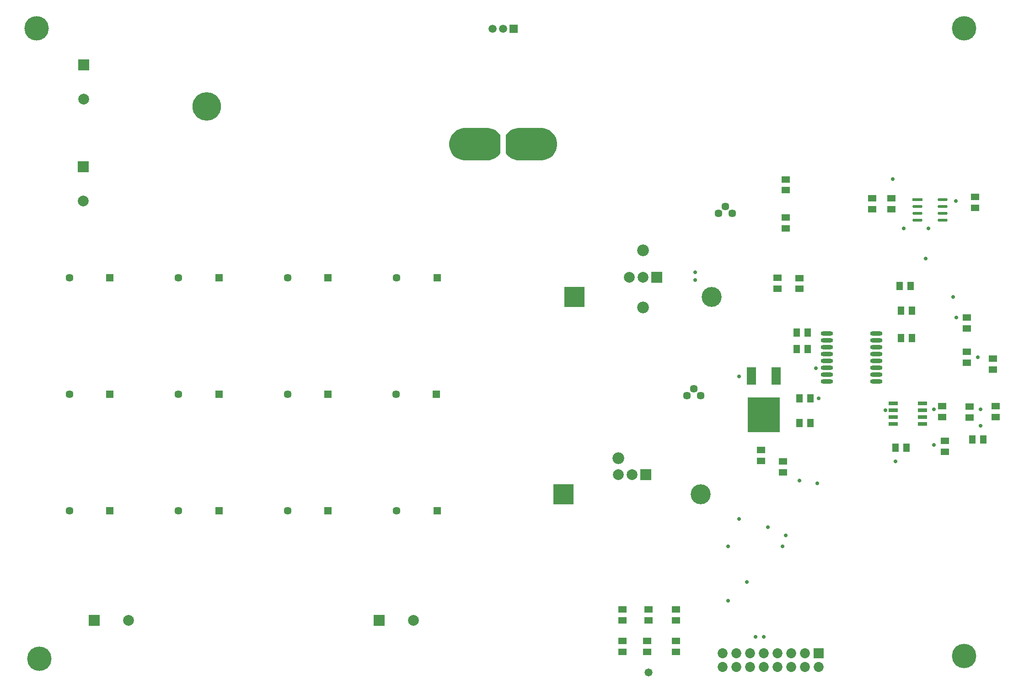
<source format=gts>
G04*
G04 #@! TF.GenerationSoftware,Altium Limited,Altium Designer,21.5.1 (32)*
G04*
G04 Layer_Color=8388736*
%FSLAX43Y43*%
%MOMM*%
G71*
G04*
G04 #@! TF.SameCoordinates,33522A81-C26F-4337-840D-2BD66AE4F990*
G04*
G04*
G04 #@! TF.FilePolarity,Negative*
G04*
G01*
G75*
%ADD21R,1.874X0.543*%
G04:AMPARAMS|DCode=22|XSize=1.874mm|YSize=0.543mm|CornerRadius=0.272mm|HoleSize=0mm|Usage=FLASHONLY|Rotation=0.000|XOffset=0mm|YOffset=0mm|HoleType=Round|Shape=RoundedRectangle|*
%AMROUNDEDRECTD22*
21,1,1.874,0.000,0,0,0.0*
21,1,1.331,0.543,0,0,0.0*
1,1,0.543,0.665,0.000*
1,1,0.543,-0.665,0.000*
1,1,0.543,-0.665,0.000*
1,1,0.543,0.665,0.000*
%
%ADD22ROUNDEDRECTD22*%
%ADD24R,1.803X3.203*%
%ADD25R,6.003X6.403*%
%ADD26C,5.400*%
%ADD27R,1.203X1.503*%
%ADD28R,1.503X1.203*%
%ADD29O,2.303X0.803*%
%ADD30R,1.723X0.803*%
%ADD31R,3.700X3.700*%
%ADD32C,3.700*%
%ADD33R,2.000X2.000*%
%ADD34C,2.000*%
%ADD35C,1.500*%
%ADD36R,1.500X1.500*%
G04:AMPARAMS|DCode=37|XSize=6.6mm|YSize=2.6mm|CornerRadius=1.3mm|HoleSize=0mm|Usage=FLASHONLY|Rotation=180.000|XOffset=0mm|YOffset=0mm|HoleType=Round|Shape=RoundedRectangle|*
%AMROUNDEDRECTD37*
21,1,6.600,0.000,0,0,180.0*
21,1,4.000,2.600,0,0,180.0*
1,1,2.600,-2.000,0.000*
1,1,2.600,2.000,0.000*
1,1,2.600,2.000,0.000*
1,1,2.600,-2.000,0.000*
%
%ADD37ROUNDEDRECTD37*%
%ADD38R,2.003X2.003*%
%ADD39C,2.003*%
%ADD40C,1.450*%
%ADD41R,1.450X1.450*%
%ADD42R,2.003X2.003*%
%ADD43C,1.853*%
%ADD44R,1.853X1.853*%
%ADD45C,4.521*%
%ADD46C,0.711*%
%ADD47C,1.473*%
%ADD48C,2.184*%
%ADD49C,5.283*%
G36*
X112824Y104982D02*
X113009D01*
X113376Y104937D01*
X113735Y104847D01*
X114080Y104713D01*
X114406Y104538D01*
X114708Y104325D01*
X114981Y104076D01*
X115222Y103795D01*
X115324Y103641D01*
Y100324D01*
X115222Y100170D01*
X114981Y99889D01*
X114708Y99640D01*
X114406Y99427D01*
X114080Y99252D01*
X113735Y99118D01*
X113376Y99028D01*
X113009Y98982D01*
X112824Y98982D01*
X108588D01*
X108121Y99056D01*
X107672Y99202D01*
X107252Y99417D01*
X106870Y99694D01*
X106536Y100028D01*
X106258Y100410D01*
X106044Y100831D01*
X105898Y101280D01*
X105824Y101746D01*
Y102219D01*
X105898Y102685D01*
X106044Y103134D01*
X106258Y103555D01*
X106536Y103937D01*
X106870Y104271D01*
X107252Y104548D01*
X107672Y104763D01*
X108121Y104909D01*
X108588Y104982D01*
X108824D01*
X112824Y104982D01*
D02*
G37*
G36*
X123526Y104909D02*
X123976Y104763D01*
X124396Y104548D01*
X124778Y104271D01*
X125112Y103937D01*
X125390Y103555D01*
X125604Y103134D01*
X125750Y102685D01*
X125824Y102219D01*
Y101746D01*
X125750Y101280D01*
X125604Y100831D01*
X125390Y100410D01*
X125112Y100028D01*
X124778Y99694D01*
X124396Y99417D01*
X123976Y99202D01*
X123526Y99056D01*
X123060Y98982D01*
X122824D01*
Y98982D01*
X118639D01*
X118272Y99028D01*
X117913Y99118D01*
X117568Y99252D01*
X117242Y99427D01*
X116940Y99640D01*
X116667Y99889D01*
X116426Y100170D01*
X116324Y100324D01*
Y100324D01*
Y103641D01*
X116426Y103795D01*
X116667Y104076D01*
X116940Y104325D01*
X117242Y104538D01*
X117568Y104713D01*
X117913Y104847D01*
X118272Y104937D01*
X118639Y104982D01*
X118824D01*
Y104982D01*
X122824Y104982D01*
X123060D01*
X123526Y104909D01*
D02*
G37*
D21*
X192532Y91694D02*
D03*
D22*
Y90424D02*
D03*
Y89154D02*
D03*
Y87884D02*
D03*
X197164D02*
D03*
Y89154D02*
D03*
Y90424D02*
D03*
Y91694D02*
D03*
D24*
X166374Y59016D02*
D03*
X161794D02*
D03*
D25*
X164084Y51816D02*
D03*
D26*
X121074Y101983D02*
D03*
X110725D02*
D03*
D27*
X172688Y50292D02*
D03*
X170688D02*
D03*
X172704Y54864D02*
D03*
X170704D02*
D03*
X172212Y64008D02*
D03*
X170212D02*
D03*
X191500Y71120D02*
D03*
X189500D02*
D03*
X191500Y66040D02*
D03*
X189500D02*
D03*
X204724Y47244D02*
D03*
X202724D02*
D03*
X190484Y45720D02*
D03*
X188484D02*
D03*
X170196Y67056D02*
D03*
X172196D02*
D03*
X189246Y75692D02*
D03*
X191246D02*
D03*
D28*
X167640Y43164D02*
D03*
Y41164D02*
D03*
X163576Y43312D02*
D03*
Y45312D02*
D03*
X137922Y7890D02*
D03*
Y9890D02*
D03*
X147828Y15732D02*
D03*
Y13732D02*
D03*
X142494Y9890D02*
D03*
Y7890D02*
D03*
X147828Y9890D02*
D03*
Y7890D02*
D03*
X197104Y53440D02*
D03*
Y51440D02*
D03*
X207010Y51440D02*
D03*
Y53440D02*
D03*
X206502Y62214D02*
D03*
Y60214D02*
D03*
X197612Y44974D02*
D03*
Y46974D02*
D03*
X170688Y77184D02*
D03*
Y75184D02*
D03*
X166624Y75200D02*
D03*
Y77200D02*
D03*
X184150Y89932D02*
D03*
Y91932D02*
D03*
X203200Y90186D02*
D03*
Y92186D02*
D03*
X187706Y89932D02*
D03*
Y91932D02*
D03*
X168148Y93472D02*
D03*
Y95472D02*
D03*
X201676Y67834D02*
D03*
Y69834D02*
D03*
X202184Y53340D02*
D03*
Y51340D02*
D03*
X201676Y63484D02*
D03*
Y61484D02*
D03*
X137922Y15732D02*
D03*
Y13732D02*
D03*
X142748Y15732D02*
D03*
Y13732D02*
D03*
X168148Y88392D02*
D03*
Y86392D02*
D03*
D29*
X184915Y58039D02*
D03*
Y59309D02*
D03*
Y60579D02*
D03*
Y61849D02*
D03*
Y63119D02*
D03*
Y64389D02*
D03*
Y65659D02*
D03*
Y66929D02*
D03*
X175765Y58039D02*
D03*
Y59309D02*
D03*
Y60579D02*
D03*
Y61849D02*
D03*
Y63119D02*
D03*
Y64389D02*
D03*
Y65659D02*
D03*
Y66929D02*
D03*
D30*
X193494Y50165D02*
D03*
Y51435D02*
D03*
Y52705D02*
D03*
Y53975D02*
D03*
X188014Y50165D02*
D03*
Y51435D02*
D03*
Y52705D02*
D03*
Y53975D02*
D03*
D31*
X129032Y73660D02*
D03*
X127000Y37084D02*
D03*
D32*
X154432Y73660D02*
D03*
X152400Y37084D02*
D03*
D33*
X144282Y77355D02*
D03*
X142250Y40779D02*
D03*
D34*
X141732Y77355D02*
D03*
X139182D02*
D03*
X137150Y40779D02*
D03*
X139700D02*
D03*
D35*
X115824Y123382D02*
D03*
X113914D02*
D03*
D36*
X117734D02*
D03*
D37*
X120824Y101983D02*
D03*
X110824D02*
D03*
D38*
X38176Y116688D02*
D03*
X38100Y97790D02*
D03*
D39*
X38176Y110338D02*
D03*
X46482Y13716D02*
D03*
X38100Y91440D02*
D03*
X99187Y13716D02*
D03*
D40*
X75930Y34011D02*
D03*
X55737D02*
D03*
X35544D02*
D03*
X149860Y55372D02*
D03*
X151130Y56642D02*
D03*
X152400Y55372D02*
D03*
X155702Y89154D02*
D03*
X156972Y90424D02*
D03*
X158242Y89154D02*
D03*
X55737Y55601D02*
D03*
X95996D02*
D03*
X96123Y77191D02*
D03*
X75930D02*
D03*
X55737D02*
D03*
X35544D02*
D03*
Y55601D02*
D03*
X75930D02*
D03*
X96123Y34011D02*
D03*
D41*
X83430D02*
D03*
X63237D02*
D03*
X43044D02*
D03*
X63237Y55601D02*
D03*
X103496D02*
D03*
X103623Y77191D02*
D03*
X83430D02*
D03*
X63237D02*
D03*
X43044D02*
D03*
Y55601D02*
D03*
X83430D02*
D03*
X103623Y34011D02*
D03*
D42*
X40132Y13716D02*
D03*
X92837D02*
D03*
D43*
X161544Y5080D02*
D03*
Y7620D02*
D03*
X164084Y5080D02*
D03*
Y7620D02*
D03*
X171704Y5080D02*
D03*
Y7620D02*
D03*
X174244Y5080D02*
D03*
X169164Y7620D02*
D03*
Y5080D02*
D03*
X166624Y7620D02*
D03*
Y5080D02*
D03*
X159004Y7620D02*
D03*
X156464D02*
D03*
X159004Y5080D02*
D03*
X156464D02*
D03*
D44*
X174244Y7620D02*
D03*
D45*
X201168Y7112D02*
D03*
X29464Y123444D02*
D03*
X29972Y6604D02*
D03*
X201168Y123444D02*
D03*
D46*
X167513Y27432D02*
D03*
X168148Y29464D02*
D03*
X173997Y39127D02*
D03*
X194056Y80772D02*
D03*
X204216Y52832D02*
D03*
Y49784D02*
D03*
Y52832D02*
D03*
X203708Y62484D02*
D03*
X199136Y73660D02*
D03*
X189992Y86360D02*
D03*
X195580Y46228D02*
D03*
Y52832D02*
D03*
X170688Y39624D02*
D03*
X159512Y32512D02*
D03*
X157480Y27432D02*
D03*
X186563Y52705D02*
D03*
X188468Y43180D02*
D03*
X160916Y20828D02*
D03*
X157480Y17392D02*
D03*
X164846Y30988D02*
D03*
X199644Y91440D02*
D03*
X187960Y95504D02*
D03*
X194564Y86360D02*
D03*
X162560Y10668D02*
D03*
X164084D02*
D03*
X159512Y58928D02*
D03*
X199714Y69834D02*
D03*
X151384Y76832D02*
D03*
X151384Y78232D02*
D03*
X173736Y60452D02*
D03*
X174244Y54864D02*
D03*
D47*
X142748Y4064D02*
D03*
D48*
X137193Y43810D02*
D03*
X141706Y71710D02*
D03*
X141732Y82296D02*
D03*
D49*
X60960Y108966D02*
D03*
M02*

</source>
